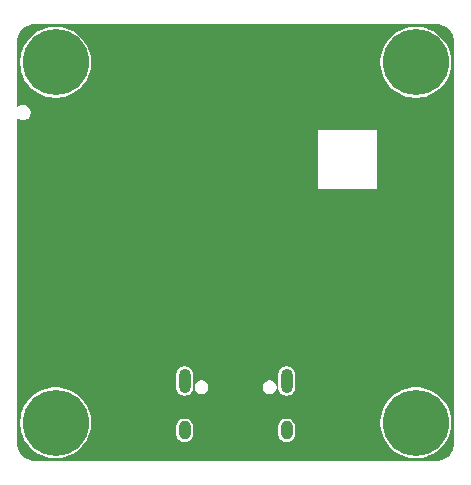
<source format=gbr>
%TF.GenerationSoftware,KiCad,Pcbnew,9.0.7*%
%TF.CreationDate,2026-01-24T01:10:00+08:00*%
%TF.ProjectId,zero star-rounded,7a65726f-2073-4746-9172-2d726f756e64,rev?*%
%TF.SameCoordinates,Original*%
%TF.FileFunction,Copper,L2,Inr*%
%TF.FilePolarity,Positive*%
%FSLAX46Y46*%
G04 Gerber Fmt 4.6, Leading zero omitted, Abs format (unit mm)*
G04 Created by KiCad (PCBNEW 9.0.7) date 2026-01-24 01:10:00*
%MOMM*%
%LPD*%
G01*
G04 APERTURE LIST*
%TA.AperFunction,ComponentPad*%
%ADD10C,5.600000*%
%TD*%
%TA.AperFunction,HeatsinkPad*%
%ADD11O,1.000000X1.600000*%
%TD*%
%TA.AperFunction,HeatsinkPad*%
%ADD12O,1.000000X2.100000*%
%TD*%
G04 APERTURE END LIST*
D10*
%TO.N,N/C*%
%TO.C,REF\u002A\u002A*%
X176750000Y-102250000D03*
%TD*%
%TO.N,N/C*%
%TO.C,REF\u002A\u002A*%
X176750000Y-71750000D03*
%TD*%
%TO.N,N/C*%
%TO.C,REF\u002A\u002A*%
X207250000Y-71750000D03*
%TD*%
%TO.N,N/C*%
%TO.C,REF\u002A\u002A*%
X207250000Y-102250000D03*
%TD*%
D11*
%TO.N,GND*%
%TO.C,J1*%
X196320000Y-102900000D03*
D12*
X196320000Y-98720000D03*
D11*
X187680000Y-102900000D03*
D12*
X187680000Y-98720000D03*
%TD*%
%TA.AperFunction,Conductor*%
%TO.N,USB_DETECT*%
G36*
X209002642Y-68500688D02*
G01*
X209208118Y-68515385D01*
X209218567Y-68516887D01*
X209274033Y-68528952D01*
X209417296Y-68560117D01*
X209427406Y-68563085D01*
X209617965Y-68634161D01*
X209627556Y-68638541D01*
X209747496Y-68704033D01*
X209806041Y-68736001D01*
X209814924Y-68741709D01*
X209975915Y-68862226D01*
X209977727Y-68863582D01*
X209985706Y-68870496D01*
X210129503Y-69014293D01*
X210136417Y-69022272D01*
X210258290Y-69185075D01*
X210263998Y-69193958D01*
X210361456Y-69372439D01*
X210365841Y-69382040D01*
X210413261Y-69509178D01*
X210436909Y-69572578D01*
X210439884Y-69582710D01*
X210483112Y-69781432D01*
X210484614Y-69791881D01*
X210499311Y-69997356D01*
X210499500Y-70002636D01*
X210499500Y-103997363D01*
X210499311Y-104002643D01*
X210484614Y-104208118D01*
X210483112Y-104218567D01*
X210439884Y-104417289D01*
X210436909Y-104427421D01*
X210365842Y-104617957D01*
X210361456Y-104627560D01*
X210263998Y-104806041D01*
X210258290Y-104814924D01*
X210136417Y-104977727D01*
X210129503Y-104985706D01*
X209985706Y-105129503D01*
X209977727Y-105136417D01*
X209814924Y-105258290D01*
X209806041Y-105263998D01*
X209627560Y-105361456D01*
X209617957Y-105365842D01*
X209427421Y-105436909D01*
X209417289Y-105439884D01*
X209218567Y-105483112D01*
X209208118Y-105484614D01*
X209025297Y-105497690D01*
X209002641Y-105499311D01*
X208997364Y-105499500D01*
X175002636Y-105499500D01*
X174997358Y-105499311D01*
X174972878Y-105497560D01*
X174791881Y-105484614D01*
X174781432Y-105483112D01*
X174582710Y-105439884D01*
X174572584Y-105436910D01*
X174382040Y-105365841D01*
X174372439Y-105361456D01*
X174193958Y-105263998D01*
X174185075Y-105258290D01*
X174022272Y-105136417D01*
X174014293Y-105129503D01*
X173870496Y-104985706D01*
X173863582Y-104977727D01*
X173741709Y-104814924D01*
X173736001Y-104806041D01*
X173638543Y-104627560D01*
X173634161Y-104617965D01*
X173563085Y-104427406D01*
X173560117Y-104417296D01*
X173516887Y-104218567D01*
X173515385Y-104208117D01*
X173500689Y-104002642D01*
X173500500Y-103997363D01*
X173500500Y-102081499D01*
X173749500Y-102081499D01*
X173749500Y-102418500D01*
X173787233Y-102753397D01*
X173787234Y-102753398D01*
X173862221Y-103081945D01*
X173862226Y-103081961D01*
X173973530Y-103400050D01*
X174119751Y-103703681D01*
X174119753Y-103703685D01*
X174119754Y-103703686D01*
X174299054Y-103989039D01*
X174509175Y-104252523D01*
X174747477Y-104490825D01*
X175010961Y-104700946D01*
X175296314Y-104880246D01*
X175599949Y-105026469D01*
X175918046Y-105137776D01*
X175918051Y-105137777D01*
X175918054Y-105137778D01*
X175973424Y-105150415D01*
X176246606Y-105212767D01*
X176581496Y-105250500D01*
X176581500Y-105250500D01*
X176918500Y-105250500D01*
X176918504Y-105250500D01*
X177253394Y-105212767D01*
X177581954Y-105137776D01*
X177900051Y-105026469D01*
X178203686Y-104880246D01*
X178489039Y-104700946D01*
X178752523Y-104490825D01*
X178990825Y-104252523D01*
X179200946Y-103989039D01*
X179380246Y-103703686D01*
X179526469Y-103400051D01*
X179637776Y-103081954D01*
X179712767Y-102753394D01*
X179737824Y-102531008D01*
X186979500Y-102531008D01*
X186979500Y-103268991D01*
X187006418Y-103404322D01*
X187006421Y-103404332D01*
X187059223Y-103531808D01*
X187059224Y-103531810D01*
X187059225Y-103531811D01*
X187135886Y-103646542D01*
X187233458Y-103744114D01*
X187348189Y-103820775D01*
X187475672Y-103873580D01*
X187611007Y-103900500D01*
X187611009Y-103900500D01*
X187748991Y-103900500D01*
X187748993Y-103900500D01*
X187884328Y-103873580D01*
X188011811Y-103820775D01*
X188126542Y-103744114D01*
X188224114Y-103646542D01*
X188300775Y-103531811D01*
X188353580Y-103404328D01*
X188380500Y-103268993D01*
X188380500Y-102531008D01*
X195619500Y-102531008D01*
X195619500Y-103268991D01*
X195646418Y-103404322D01*
X195646421Y-103404332D01*
X195699223Y-103531808D01*
X195699224Y-103531810D01*
X195699225Y-103531811D01*
X195775886Y-103646542D01*
X195873458Y-103744114D01*
X195988189Y-103820775D01*
X196115672Y-103873580D01*
X196251007Y-103900500D01*
X196251009Y-103900500D01*
X196388991Y-103900500D01*
X196388993Y-103900500D01*
X196524328Y-103873580D01*
X196651811Y-103820775D01*
X196766542Y-103744114D01*
X196864114Y-103646542D01*
X196940775Y-103531811D01*
X196993580Y-103404328D01*
X197020500Y-103268993D01*
X197020500Y-102531007D01*
X196993580Y-102395672D01*
X196940775Y-102268189D01*
X196864114Y-102153458D01*
X196792155Y-102081499D01*
X204249500Y-102081499D01*
X204249500Y-102418500D01*
X204287233Y-102753397D01*
X204287234Y-102753398D01*
X204362221Y-103081945D01*
X204362226Y-103081961D01*
X204473530Y-103400050D01*
X204619751Y-103703681D01*
X204619753Y-103703685D01*
X204619754Y-103703686D01*
X204799054Y-103989039D01*
X205009175Y-104252523D01*
X205247477Y-104490825D01*
X205510961Y-104700946D01*
X205796314Y-104880246D01*
X206099949Y-105026469D01*
X206418046Y-105137776D01*
X206418051Y-105137777D01*
X206418054Y-105137778D01*
X206473424Y-105150415D01*
X206746606Y-105212767D01*
X207081496Y-105250500D01*
X207081500Y-105250500D01*
X207418500Y-105250500D01*
X207418504Y-105250500D01*
X207753394Y-105212767D01*
X208081954Y-105137776D01*
X208400051Y-105026469D01*
X208703686Y-104880246D01*
X208989039Y-104700946D01*
X209252523Y-104490825D01*
X209490825Y-104252523D01*
X209700946Y-103989039D01*
X209880246Y-103703686D01*
X210026469Y-103400051D01*
X210137776Y-103081954D01*
X210212767Y-102753394D01*
X210250500Y-102418504D01*
X210250500Y-102081496D01*
X210212767Y-101746606D01*
X210137776Y-101418046D01*
X210026469Y-101099949D01*
X209880246Y-100796314D01*
X209700946Y-100510961D01*
X209490825Y-100247477D01*
X209252523Y-100009175D01*
X208989039Y-99799054D01*
X208703686Y-99619754D01*
X208703685Y-99619753D01*
X208703681Y-99619751D01*
X208400050Y-99473530D01*
X208081961Y-99362226D01*
X208081945Y-99362221D01*
X207753398Y-99287234D01*
X207753397Y-99287233D01*
X207609869Y-99271061D01*
X207418504Y-99249500D01*
X207081496Y-99249500D01*
X206914051Y-99268366D01*
X206746602Y-99287233D01*
X206746601Y-99287234D01*
X206418054Y-99362221D01*
X206418038Y-99362226D01*
X206099949Y-99473530D01*
X205796318Y-99619751D01*
X205510960Y-99799054D01*
X205247473Y-100009178D01*
X205009178Y-100247473D01*
X204799054Y-100510960D01*
X204619751Y-100796318D01*
X204473530Y-101099949D01*
X204362226Y-101418038D01*
X204362221Y-101418054D01*
X204287234Y-101746601D01*
X204287233Y-101746602D01*
X204249500Y-102081499D01*
X196792155Y-102081499D01*
X196766542Y-102055886D01*
X196651811Y-101979225D01*
X196651810Y-101979224D01*
X196651808Y-101979223D01*
X196524332Y-101926421D01*
X196524322Y-101926418D01*
X196433694Y-101908391D01*
X196388993Y-101899500D01*
X196251007Y-101899500D01*
X196212642Y-101907131D01*
X196115677Y-101926418D01*
X196115667Y-101926421D01*
X195988191Y-101979223D01*
X195873461Y-102055883D01*
X195775883Y-102153461D01*
X195699223Y-102268191D01*
X195646421Y-102395667D01*
X195646418Y-102395677D01*
X195619500Y-102531008D01*
X188380500Y-102531008D01*
X188380500Y-102531007D01*
X188353580Y-102395672D01*
X188300775Y-102268189D01*
X188224114Y-102153458D01*
X188126542Y-102055886D01*
X188011811Y-101979225D01*
X188011810Y-101979224D01*
X188011808Y-101979223D01*
X187884332Y-101926421D01*
X187884322Y-101926418D01*
X187793694Y-101908391D01*
X187748993Y-101899500D01*
X187611007Y-101899500D01*
X187572642Y-101907131D01*
X187475677Y-101926418D01*
X187475667Y-101926421D01*
X187348191Y-101979223D01*
X187233461Y-102055883D01*
X187135883Y-102153461D01*
X187059223Y-102268191D01*
X187006421Y-102395667D01*
X187006418Y-102395677D01*
X186979500Y-102531008D01*
X179737824Y-102531008D01*
X179750500Y-102418504D01*
X179750500Y-102081496D01*
X179712767Y-101746606D01*
X179637776Y-101418046D01*
X179526469Y-101099949D01*
X179380246Y-100796314D01*
X179200946Y-100510961D01*
X178990825Y-100247477D01*
X178752523Y-100009175D01*
X178489039Y-99799054D01*
X178203686Y-99619754D01*
X178203685Y-99619753D01*
X178203681Y-99619751D01*
X177900050Y-99473530D01*
X177581961Y-99362226D01*
X177581945Y-99362221D01*
X177253398Y-99287234D01*
X177253397Y-99287233D01*
X177109869Y-99271061D01*
X176918504Y-99249500D01*
X176581496Y-99249500D01*
X176414051Y-99268366D01*
X176246602Y-99287233D01*
X176246601Y-99287234D01*
X175918054Y-99362221D01*
X175918038Y-99362226D01*
X175599949Y-99473530D01*
X175296318Y-99619751D01*
X175010960Y-99799054D01*
X174747473Y-100009178D01*
X174509178Y-100247473D01*
X174299054Y-100510960D01*
X174119751Y-100796318D01*
X173973530Y-101099949D01*
X173862226Y-101418038D01*
X173862221Y-101418054D01*
X173787234Y-101746601D01*
X173787233Y-101746602D01*
X173749500Y-102081499D01*
X173500500Y-102081499D01*
X173500500Y-98101007D01*
X186979500Y-98101007D01*
X186979500Y-99338993D01*
X186988391Y-99383694D01*
X187006418Y-99474322D01*
X187006420Y-99474327D01*
X187059223Y-99601808D01*
X187131859Y-99710516D01*
X187135886Y-99716542D01*
X187233458Y-99814114D01*
X187348189Y-99890775D01*
X187475672Y-99943580D01*
X187611007Y-99970500D01*
X187611009Y-99970500D01*
X187748991Y-99970500D01*
X187748993Y-99970500D01*
X187884328Y-99943580D01*
X188011811Y-99890775D01*
X188126542Y-99814114D01*
X188224114Y-99716542D01*
X188300775Y-99601811D01*
X188353580Y-99474328D01*
X188380500Y-99338993D01*
X188380500Y-99174231D01*
X188534500Y-99174231D01*
X188534500Y-99325768D01*
X188573717Y-99472130D01*
X188573721Y-99472139D01*
X188574985Y-99474328D01*
X188649485Y-99603365D01*
X188756635Y-99710515D01*
X188887865Y-99786281D01*
X189034231Y-99825499D01*
X189034232Y-99825500D01*
X189034234Y-99825500D01*
X189185768Y-99825500D01*
X189185768Y-99825499D01*
X189332135Y-99786281D01*
X189463365Y-99710515D01*
X189570515Y-99603365D01*
X189646281Y-99472135D01*
X189685499Y-99325768D01*
X189685500Y-99325768D01*
X189685500Y-99174232D01*
X189685499Y-99174231D01*
X194314500Y-99174231D01*
X194314500Y-99325768D01*
X194353717Y-99472130D01*
X194353721Y-99472139D01*
X194354985Y-99474328D01*
X194429485Y-99603365D01*
X194536635Y-99710515D01*
X194667865Y-99786281D01*
X194814231Y-99825499D01*
X194814232Y-99825500D01*
X194814234Y-99825500D01*
X194965768Y-99825500D01*
X194965768Y-99825499D01*
X195112135Y-99786281D01*
X195243365Y-99710515D01*
X195350515Y-99603365D01*
X195426281Y-99472135D01*
X195465499Y-99325768D01*
X195465500Y-99325768D01*
X195465500Y-99174232D01*
X195465499Y-99174231D01*
X195426282Y-99027869D01*
X195426281Y-99027865D01*
X195350515Y-98896635D01*
X195243365Y-98789485D01*
X195243362Y-98789483D01*
X195112139Y-98713721D01*
X195112130Y-98713717D01*
X194965768Y-98674500D01*
X194965766Y-98674500D01*
X194814234Y-98674500D01*
X194814232Y-98674500D01*
X194667869Y-98713717D01*
X194667860Y-98713721D01*
X194536637Y-98789483D01*
X194429483Y-98896637D01*
X194353721Y-99027860D01*
X194353717Y-99027869D01*
X194314500Y-99174231D01*
X189685499Y-99174231D01*
X189646282Y-99027869D01*
X189646281Y-99027865D01*
X189570515Y-98896635D01*
X189463365Y-98789485D01*
X189463362Y-98789483D01*
X189332139Y-98713721D01*
X189332130Y-98713717D01*
X189185768Y-98674500D01*
X189185766Y-98674500D01*
X189034234Y-98674500D01*
X189034232Y-98674500D01*
X188887869Y-98713717D01*
X188887860Y-98713721D01*
X188756637Y-98789483D01*
X188649483Y-98896637D01*
X188573721Y-99027860D01*
X188573717Y-99027869D01*
X188534500Y-99174231D01*
X188380500Y-99174231D01*
X188380500Y-98101007D01*
X195619500Y-98101007D01*
X195619500Y-99338993D01*
X195628391Y-99383694D01*
X195646418Y-99474322D01*
X195646420Y-99474327D01*
X195699223Y-99601808D01*
X195771859Y-99710516D01*
X195775886Y-99716542D01*
X195873458Y-99814114D01*
X195988189Y-99890775D01*
X196115672Y-99943580D01*
X196251007Y-99970500D01*
X196251009Y-99970500D01*
X196388991Y-99970500D01*
X196388993Y-99970500D01*
X196524328Y-99943580D01*
X196651811Y-99890775D01*
X196766542Y-99814114D01*
X196864114Y-99716542D01*
X196940775Y-99601811D01*
X196993580Y-99474328D01*
X197020500Y-99338993D01*
X197020500Y-98101007D01*
X196993580Y-97965672D01*
X196940775Y-97838189D01*
X196864114Y-97723458D01*
X196766542Y-97625886D01*
X196651811Y-97549225D01*
X196651810Y-97549224D01*
X196651808Y-97549223D01*
X196524332Y-97496421D01*
X196524322Y-97496418D01*
X196433694Y-97478391D01*
X196388993Y-97469500D01*
X196251007Y-97469500D01*
X196212642Y-97477131D01*
X196115677Y-97496418D01*
X196115667Y-97496421D01*
X195988191Y-97549223D01*
X195873461Y-97625883D01*
X195775883Y-97723461D01*
X195699223Y-97838191D01*
X195646421Y-97965667D01*
X195646418Y-97965677D01*
X195623945Y-98078656D01*
X195619500Y-98101007D01*
X188380500Y-98101007D01*
X188353580Y-97965672D01*
X188300775Y-97838189D01*
X188224114Y-97723458D01*
X188126542Y-97625886D01*
X188011811Y-97549225D01*
X188011810Y-97549224D01*
X188011808Y-97549223D01*
X187884332Y-97496421D01*
X187884322Y-97496418D01*
X187793694Y-97478391D01*
X187748993Y-97469500D01*
X187611007Y-97469500D01*
X187572642Y-97477131D01*
X187475677Y-97496418D01*
X187475667Y-97496421D01*
X187348191Y-97549223D01*
X187233461Y-97625883D01*
X187135883Y-97723461D01*
X187059223Y-97838191D01*
X187006421Y-97965667D01*
X187006418Y-97965677D01*
X186983945Y-98078656D01*
X186979500Y-98101007D01*
X173500500Y-98101007D01*
X173500500Y-82500000D01*
X199000000Y-82500000D01*
X204000000Y-82500000D01*
X204000000Y-77500000D01*
X199000000Y-77500000D01*
X199000000Y-82500000D01*
X173500500Y-82500000D01*
X173500500Y-76587037D01*
X173522174Y-76534711D01*
X173574500Y-76513037D01*
X173615609Y-76525507D01*
X173691873Y-76576465D01*
X173810256Y-76625501D01*
X173810258Y-76625501D01*
X173810260Y-76625502D01*
X173852903Y-76633984D01*
X173935931Y-76650500D01*
X173935933Y-76650500D01*
X174064067Y-76650500D01*
X174064069Y-76650500D01*
X174189744Y-76625501D01*
X174308127Y-76576465D01*
X174414669Y-76505276D01*
X174505276Y-76414669D01*
X174576465Y-76308127D01*
X174625501Y-76189744D01*
X174650500Y-76064069D01*
X174650500Y-75935931D01*
X174625501Y-75810256D01*
X174576465Y-75691873D01*
X174505276Y-75585331D01*
X174414669Y-75494724D01*
X174308127Y-75423535D01*
X174308124Y-75423533D01*
X174308123Y-75423533D01*
X174189742Y-75374498D01*
X174189739Y-75374497D01*
X174099696Y-75356586D01*
X174064069Y-75349500D01*
X173935931Y-75349500D01*
X173904726Y-75355707D01*
X173810260Y-75374497D01*
X173810257Y-75374498D01*
X173691876Y-75423533D01*
X173615612Y-75474491D01*
X173560063Y-75485540D01*
X173512971Y-75454074D01*
X173500500Y-75412962D01*
X173500500Y-71581499D01*
X173749500Y-71581499D01*
X173749500Y-71918500D01*
X173787233Y-72253397D01*
X173787234Y-72253398D01*
X173862221Y-72581945D01*
X173862226Y-72581961D01*
X173973530Y-72900050D01*
X174119751Y-73203681D01*
X174119753Y-73203685D01*
X174119754Y-73203686D01*
X174299054Y-73489039D01*
X174509175Y-73752523D01*
X174747477Y-73990825D01*
X175010961Y-74200946D01*
X175296314Y-74380246D01*
X175599949Y-74526469D01*
X175918046Y-74637776D01*
X175918051Y-74637777D01*
X175918054Y-74637778D01*
X175973424Y-74650415D01*
X176246606Y-74712767D01*
X176581496Y-74750500D01*
X176581500Y-74750500D01*
X176918500Y-74750500D01*
X176918504Y-74750500D01*
X177253394Y-74712767D01*
X177581954Y-74637776D01*
X177900051Y-74526469D01*
X178203686Y-74380246D01*
X178489039Y-74200946D01*
X178752523Y-73990825D01*
X178990825Y-73752523D01*
X179200946Y-73489039D01*
X179380246Y-73203686D01*
X179526469Y-72900051D01*
X179637776Y-72581954D01*
X179712767Y-72253394D01*
X179750500Y-71918504D01*
X179750500Y-71581499D01*
X204249500Y-71581499D01*
X204249500Y-71918500D01*
X204287233Y-72253397D01*
X204287234Y-72253398D01*
X204362221Y-72581945D01*
X204362226Y-72581961D01*
X204473530Y-72900050D01*
X204619751Y-73203681D01*
X204619753Y-73203685D01*
X204619754Y-73203686D01*
X204799054Y-73489039D01*
X205009175Y-73752523D01*
X205247477Y-73990825D01*
X205510961Y-74200946D01*
X205796314Y-74380246D01*
X206099949Y-74526469D01*
X206418046Y-74637776D01*
X206418051Y-74637777D01*
X206418054Y-74637778D01*
X206473424Y-74650415D01*
X206746606Y-74712767D01*
X207081496Y-74750500D01*
X207081500Y-74750500D01*
X207418500Y-74750500D01*
X207418504Y-74750500D01*
X207753394Y-74712767D01*
X208081954Y-74637776D01*
X208400051Y-74526469D01*
X208703686Y-74380246D01*
X208989039Y-74200946D01*
X209252523Y-73990825D01*
X209490825Y-73752523D01*
X209700946Y-73489039D01*
X209880246Y-73203686D01*
X210026469Y-72900051D01*
X210137776Y-72581954D01*
X210212767Y-72253394D01*
X210250500Y-71918504D01*
X210250500Y-71581496D01*
X210212767Y-71246606D01*
X210137776Y-70918046D01*
X210026469Y-70599949D01*
X209880246Y-70296314D01*
X209700946Y-70010961D01*
X209490825Y-69747477D01*
X209252523Y-69509175D01*
X208989039Y-69299054D01*
X208703686Y-69119754D01*
X208703685Y-69119753D01*
X208703681Y-69119751D01*
X208400050Y-68973530D01*
X208081961Y-68862226D01*
X208081945Y-68862221D01*
X207753398Y-68787234D01*
X207753397Y-68787233D01*
X207609869Y-68771061D01*
X207418504Y-68749500D01*
X207081496Y-68749500D01*
X206914051Y-68768366D01*
X206746602Y-68787233D01*
X206746601Y-68787234D01*
X206418054Y-68862221D01*
X206418038Y-68862226D01*
X206099949Y-68973530D01*
X205796318Y-69119751D01*
X205510960Y-69299054D01*
X205247473Y-69509178D01*
X205009178Y-69747473D01*
X204799054Y-70010960D01*
X204619751Y-70296318D01*
X204473530Y-70599949D01*
X204362226Y-70918038D01*
X204362221Y-70918054D01*
X204287234Y-71246601D01*
X204287233Y-71246602D01*
X204249500Y-71581499D01*
X179750500Y-71581499D01*
X179750500Y-71581496D01*
X179712767Y-71246606D01*
X179637776Y-70918046D01*
X179526469Y-70599949D01*
X179380246Y-70296314D01*
X179200946Y-70010961D01*
X178990825Y-69747477D01*
X178752523Y-69509175D01*
X178489039Y-69299054D01*
X178203686Y-69119754D01*
X178203685Y-69119753D01*
X178203681Y-69119751D01*
X177900050Y-68973530D01*
X177581961Y-68862226D01*
X177581945Y-68862221D01*
X177253398Y-68787234D01*
X177253397Y-68787233D01*
X177109869Y-68771061D01*
X176918504Y-68749500D01*
X176581496Y-68749500D01*
X176414051Y-68768366D01*
X176246602Y-68787233D01*
X176246601Y-68787234D01*
X175918054Y-68862221D01*
X175918038Y-68862226D01*
X175599949Y-68973530D01*
X175296318Y-69119751D01*
X175010960Y-69299054D01*
X174747473Y-69509178D01*
X174509178Y-69747473D01*
X174299054Y-70010960D01*
X174119751Y-70296318D01*
X173973530Y-70599949D01*
X173862226Y-70918038D01*
X173862221Y-70918054D01*
X173787234Y-71246601D01*
X173787233Y-71246602D01*
X173749500Y-71581499D01*
X173500500Y-71581499D01*
X173500500Y-70002636D01*
X173500689Y-69997357D01*
X173515385Y-69791882D01*
X173516887Y-69781432D01*
X173524274Y-69747473D01*
X173560118Y-69582699D01*
X173563084Y-69572596D01*
X173634163Y-69382028D01*
X173638538Y-69372449D01*
X173736004Y-69193953D01*
X173741705Y-69185080D01*
X173863589Y-69022263D01*
X173870489Y-69014300D01*
X174014300Y-68870489D01*
X174022263Y-68863589D01*
X174185080Y-68741705D01*
X174193953Y-68736004D01*
X174372449Y-68638538D01*
X174382028Y-68634163D01*
X174572596Y-68563084D01*
X174582699Y-68560118D01*
X174781432Y-68516887D01*
X174791879Y-68515385D01*
X174997357Y-68500688D01*
X175002636Y-68500500D01*
X175065892Y-68500500D01*
X208934108Y-68500500D01*
X208997364Y-68500500D01*
X209002642Y-68500688D01*
G37*
%TD.AperFunction*%
%TD*%
M02*

</source>
